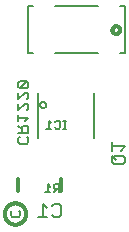
<source format=gbr>
G04 EAGLE Gerber RS-274X export*
G75*
%MOMM*%
%FSLAX34Y34*%
%LPD*%
%INSilkscreen Bottom*%
%IPPOS*%
%AMOC8*
5,1,8,0,0,1.08239X$1,22.5*%
G01*
%ADD10C,0.152400*%
%ADD11C,0.203200*%
%ADD12C,0.304800*%
%ADD13C,0.177800*%


D10*
X36159Y87550D02*
X37599Y86110D01*
X37599Y83229D01*
X36159Y81788D01*
X30397Y81788D01*
X28956Y83229D01*
X28956Y86110D01*
X30397Y87550D01*
X28956Y91143D02*
X37599Y91143D01*
X37599Y95465D01*
X36159Y96905D01*
X33278Y96905D01*
X31837Y95465D01*
X31837Y91143D01*
X31837Y94024D02*
X28956Y96905D01*
X34718Y100498D02*
X37599Y103380D01*
X28956Y103380D01*
X28956Y106261D02*
X28956Y100498D01*
X28956Y109854D02*
X28956Y115616D01*
X28956Y109854D02*
X34718Y115616D01*
X36159Y115616D01*
X37599Y114175D01*
X37599Y111294D01*
X36159Y109854D01*
X28956Y119209D02*
X28956Y124971D01*
X28956Y119209D02*
X34718Y124971D01*
X36159Y124971D01*
X37599Y123530D01*
X37599Y120649D01*
X36159Y119209D01*
X36159Y128564D02*
X30397Y128564D01*
X36159Y128564D02*
X37599Y130005D01*
X37599Y132886D01*
X36159Y134326D01*
X30397Y134326D01*
X28956Y132886D01*
X28956Y130005D01*
X30397Y128564D01*
X36159Y134326D01*
D11*
X37232Y158054D02*
X41232Y158054D01*
X37232Y158054D02*
X37232Y198054D01*
X41232Y198054D01*
X60232Y198054D02*
X96232Y198054D01*
X96232Y158054D02*
X60232Y158054D01*
X115232Y158054D02*
X119232Y158054D01*
X119232Y198054D01*
X115232Y198054D01*
D12*
X108781Y177800D02*
X108783Y177913D01*
X108789Y178027D01*
X108799Y178140D01*
X108813Y178252D01*
X108831Y178365D01*
X108852Y178476D01*
X108878Y178586D01*
X108908Y178696D01*
X108941Y178804D01*
X108978Y178912D01*
X109019Y179018D01*
X109064Y179122D01*
X109112Y179225D01*
X109164Y179326D01*
X109219Y179425D01*
X109278Y179522D01*
X109340Y179617D01*
X109405Y179709D01*
X109474Y179800D01*
X109546Y179888D01*
X109620Y179973D01*
X109698Y180056D01*
X109779Y180136D01*
X109862Y180213D01*
X109948Y180287D01*
X110037Y180358D01*
X110127Y180426D01*
X110221Y180490D01*
X110316Y180551D01*
X110414Y180609D01*
X110513Y180664D01*
X110615Y180715D01*
X110718Y180762D01*
X110823Y180806D01*
X110929Y180846D01*
X111037Y180882D01*
X111145Y180914D01*
X111255Y180943D01*
X111366Y180967D01*
X111477Y180988D01*
X111590Y181005D01*
X111702Y181018D01*
X111816Y181027D01*
X111929Y181032D01*
X112042Y181033D01*
X112156Y181030D01*
X112269Y181023D01*
X112382Y181012D01*
X112495Y180997D01*
X112606Y180978D01*
X112718Y180956D01*
X112828Y180929D01*
X112937Y180898D01*
X113045Y180864D01*
X113152Y180826D01*
X113258Y180784D01*
X113362Y180739D01*
X113464Y180690D01*
X113565Y180637D01*
X113663Y180581D01*
X113760Y180521D01*
X113854Y180458D01*
X113946Y180392D01*
X114036Y180323D01*
X114123Y180250D01*
X114208Y180175D01*
X114290Y180096D01*
X114369Y180015D01*
X114445Y179931D01*
X114519Y179844D01*
X114589Y179755D01*
X114656Y179663D01*
X114720Y179570D01*
X114780Y179473D01*
X114837Y179375D01*
X114891Y179275D01*
X114941Y179173D01*
X114987Y179070D01*
X115030Y178965D01*
X115069Y178858D01*
X115104Y178750D01*
X115136Y178641D01*
X115163Y178531D01*
X115187Y178420D01*
X115207Y178309D01*
X115223Y178196D01*
X115235Y178083D01*
X115243Y177970D01*
X115247Y177857D01*
X115247Y177743D01*
X115243Y177630D01*
X115235Y177517D01*
X115223Y177404D01*
X115207Y177291D01*
X115187Y177180D01*
X115163Y177069D01*
X115136Y176959D01*
X115104Y176850D01*
X115069Y176742D01*
X115030Y176635D01*
X114987Y176530D01*
X114941Y176427D01*
X114891Y176325D01*
X114837Y176225D01*
X114780Y176127D01*
X114720Y176030D01*
X114656Y175937D01*
X114589Y175845D01*
X114519Y175756D01*
X114445Y175669D01*
X114369Y175585D01*
X114290Y175504D01*
X114208Y175425D01*
X114123Y175350D01*
X114036Y175277D01*
X113946Y175208D01*
X113854Y175142D01*
X113760Y175079D01*
X113663Y175019D01*
X113565Y174963D01*
X113464Y174910D01*
X113362Y174861D01*
X113258Y174816D01*
X113152Y174774D01*
X113045Y174736D01*
X112937Y174702D01*
X112828Y174671D01*
X112718Y174644D01*
X112606Y174622D01*
X112495Y174603D01*
X112382Y174588D01*
X112269Y174577D01*
X112156Y174570D01*
X112042Y174567D01*
X111929Y174568D01*
X111816Y174573D01*
X111702Y174582D01*
X111590Y174595D01*
X111477Y174612D01*
X111366Y174633D01*
X111255Y174657D01*
X111145Y174686D01*
X111037Y174718D01*
X110929Y174754D01*
X110823Y174794D01*
X110718Y174838D01*
X110615Y174885D01*
X110513Y174936D01*
X110414Y174991D01*
X110316Y175049D01*
X110221Y175110D01*
X110127Y175174D01*
X110037Y175242D01*
X109948Y175313D01*
X109862Y175387D01*
X109779Y175464D01*
X109698Y175544D01*
X109620Y175627D01*
X109546Y175712D01*
X109474Y175800D01*
X109405Y175891D01*
X109340Y175983D01*
X109278Y176078D01*
X109219Y176175D01*
X109164Y176274D01*
X109112Y176375D01*
X109064Y176478D01*
X109019Y176582D01*
X108978Y176688D01*
X108941Y176796D01*
X108908Y176904D01*
X108878Y177014D01*
X108852Y177124D01*
X108831Y177235D01*
X108813Y177348D01*
X108799Y177460D01*
X108789Y177573D01*
X108783Y177687D01*
X108781Y177800D01*
D13*
X110153Y64115D02*
X117440Y64115D01*
X119262Y65937D01*
X119262Y69581D01*
X117440Y71403D01*
X110153Y71403D01*
X108331Y69581D01*
X108331Y65937D01*
X110153Y64115D01*
X111975Y67759D02*
X108331Y71403D01*
X115619Y75809D02*
X119262Y79453D01*
X108331Y79453D01*
X108331Y75809D02*
X108331Y83097D01*
D12*
X65278Y51816D02*
X65278Y41656D01*
D13*
X59451Y30616D02*
X57629Y28794D01*
X59451Y30616D02*
X63095Y30616D01*
X64917Y28794D01*
X64917Y21507D01*
X63095Y19685D01*
X59451Y19685D01*
X57629Y21507D01*
X53223Y26973D02*
X49579Y30616D01*
X49579Y19685D01*
X53223Y19685D02*
X45935Y19685D01*
D12*
X17690Y22098D02*
X17693Y22318D01*
X17701Y22539D01*
X17714Y22759D01*
X17733Y22978D01*
X17758Y23197D01*
X17787Y23416D01*
X17822Y23633D01*
X17863Y23850D01*
X17908Y24066D01*
X17959Y24280D01*
X18015Y24493D01*
X18077Y24705D01*
X18143Y24915D01*
X18215Y25123D01*
X18292Y25330D01*
X18374Y25534D01*
X18460Y25737D01*
X18552Y25937D01*
X18649Y26136D01*
X18750Y26331D01*
X18857Y26524D01*
X18968Y26715D01*
X19083Y26902D01*
X19203Y27087D01*
X19328Y27269D01*
X19457Y27447D01*
X19591Y27623D01*
X19728Y27795D01*
X19870Y27963D01*
X20016Y28129D01*
X20166Y28290D01*
X20320Y28448D01*
X20478Y28602D01*
X20639Y28752D01*
X20805Y28898D01*
X20973Y29040D01*
X21145Y29177D01*
X21321Y29311D01*
X21499Y29440D01*
X21681Y29565D01*
X21866Y29685D01*
X22053Y29800D01*
X22244Y29911D01*
X22437Y30018D01*
X22632Y30119D01*
X22831Y30216D01*
X23031Y30308D01*
X23234Y30394D01*
X23438Y30476D01*
X23645Y30553D01*
X23853Y30625D01*
X24063Y30691D01*
X24275Y30753D01*
X24488Y30809D01*
X24702Y30860D01*
X24918Y30905D01*
X25135Y30946D01*
X25352Y30981D01*
X25571Y31010D01*
X25790Y31035D01*
X26009Y31054D01*
X26229Y31067D01*
X26450Y31075D01*
X26670Y31078D01*
X26890Y31075D01*
X27111Y31067D01*
X27331Y31054D01*
X27550Y31035D01*
X27769Y31010D01*
X27988Y30981D01*
X28205Y30946D01*
X28422Y30905D01*
X28638Y30860D01*
X28852Y30809D01*
X29065Y30753D01*
X29277Y30691D01*
X29487Y30625D01*
X29695Y30553D01*
X29902Y30476D01*
X30106Y30394D01*
X30309Y30308D01*
X30509Y30216D01*
X30708Y30119D01*
X30903Y30018D01*
X31096Y29911D01*
X31287Y29800D01*
X31474Y29685D01*
X31659Y29565D01*
X31841Y29440D01*
X32019Y29311D01*
X32195Y29177D01*
X32367Y29040D01*
X32535Y28898D01*
X32701Y28752D01*
X32862Y28602D01*
X33020Y28448D01*
X33174Y28290D01*
X33324Y28129D01*
X33470Y27963D01*
X33612Y27795D01*
X33749Y27623D01*
X33883Y27447D01*
X34012Y27269D01*
X34137Y27087D01*
X34257Y26902D01*
X34372Y26715D01*
X34483Y26524D01*
X34590Y26331D01*
X34691Y26136D01*
X34788Y25937D01*
X34880Y25737D01*
X34966Y25534D01*
X35048Y25330D01*
X35125Y25123D01*
X35197Y24915D01*
X35263Y24705D01*
X35325Y24493D01*
X35381Y24280D01*
X35432Y24066D01*
X35477Y23850D01*
X35518Y23633D01*
X35553Y23416D01*
X35582Y23197D01*
X35607Y22978D01*
X35626Y22759D01*
X35639Y22539D01*
X35647Y22318D01*
X35650Y22098D01*
X35647Y21878D01*
X35639Y21657D01*
X35626Y21437D01*
X35607Y21218D01*
X35582Y20999D01*
X35553Y20780D01*
X35518Y20563D01*
X35477Y20346D01*
X35432Y20130D01*
X35381Y19916D01*
X35325Y19703D01*
X35263Y19491D01*
X35197Y19281D01*
X35125Y19073D01*
X35048Y18866D01*
X34966Y18662D01*
X34880Y18459D01*
X34788Y18259D01*
X34691Y18060D01*
X34590Y17865D01*
X34483Y17672D01*
X34372Y17481D01*
X34257Y17294D01*
X34137Y17109D01*
X34012Y16927D01*
X33883Y16749D01*
X33749Y16573D01*
X33612Y16401D01*
X33470Y16233D01*
X33324Y16067D01*
X33174Y15906D01*
X33020Y15748D01*
X32862Y15594D01*
X32701Y15444D01*
X32535Y15298D01*
X32367Y15156D01*
X32195Y15019D01*
X32019Y14885D01*
X31841Y14756D01*
X31659Y14631D01*
X31474Y14511D01*
X31287Y14396D01*
X31096Y14285D01*
X30903Y14178D01*
X30708Y14077D01*
X30509Y13980D01*
X30309Y13888D01*
X30106Y13802D01*
X29902Y13720D01*
X29695Y13643D01*
X29487Y13571D01*
X29277Y13505D01*
X29065Y13443D01*
X28852Y13387D01*
X28638Y13336D01*
X28422Y13291D01*
X28205Y13250D01*
X27988Y13215D01*
X27769Y13186D01*
X27550Y13161D01*
X27331Y13142D01*
X27111Y13129D01*
X26890Y13121D01*
X26670Y13118D01*
X26450Y13121D01*
X26229Y13129D01*
X26009Y13142D01*
X25790Y13161D01*
X25571Y13186D01*
X25352Y13215D01*
X25135Y13250D01*
X24918Y13291D01*
X24702Y13336D01*
X24488Y13387D01*
X24275Y13443D01*
X24063Y13505D01*
X23853Y13571D01*
X23645Y13643D01*
X23438Y13720D01*
X23234Y13802D01*
X23031Y13888D01*
X22831Y13980D01*
X22632Y14077D01*
X22437Y14178D01*
X22244Y14285D01*
X22053Y14396D01*
X21866Y14511D01*
X21681Y14631D01*
X21499Y14756D01*
X21321Y14885D01*
X21145Y15019D01*
X20973Y15156D01*
X20805Y15298D01*
X20639Y15444D01*
X20478Y15594D01*
X20320Y15748D01*
X20166Y15906D01*
X20016Y16067D01*
X19870Y16233D01*
X19728Y16401D01*
X19591Y16573D01*
X19457Y16749D01*
X19328Y16927D01*
X19203Y17109D01*
X19083Y17294D01*
X18968Y17481D01*
X18857Y17672D01*
X18750Y17865D01*
X18649Y18060D01*
X18552Y18259D01*
X18460Y18459D01*
X18374Y18662D01*
X18292Y18866D01*
X18215Y19073D01*
X18143Y19281D01*
X18077Y19491D01*
X18015Y19703D01*
X17959Y19916D01*
X17908Y20130D01*
X17863Y20346D01*
X17822Y20563D01*
X17787Y20780D01*
X17758Y20999D01*
X17733Y21218D01*
X17714Y21437D01*
X17701Y21657D01*
X17693Y21878D01*
X17690Y22098D01*
D11*
X29385Y24981D02*
X30741Y23625D01*
X30741Y20914D01*
X29385Y19558D01*
X23962Y19558D01*
X22606Y20914D01*
X22606Y23625D01*
X23962Y24981D01*
X45342Y86664D02*
X45342Y124664D01*
X93342Y124664D02*
X93342Y86664D01*
X47498Y114554D02*
X47500Y114654D01*
X47506Y114755D01*
X47516Y114854D01*
X47530Y114954D01*
X47547Y115053D01*
X47569Y115151D01*
X47595Y115248D01*
X47624Y115344D01*
X47657Y115438D01*
X47694Y115532D01*
X47734Y115624D01*
X47778Y115714D01*
X47826Y115802D01*
X47877Y115889D01*
X47931Y115973D01*
X47989Y116055D01*
X48050Y116135D01*
X48114Y116212D01*
X48181Y116287D01*
X48251Y116359D01*
X48324Y116428D01*
X48399Y116494D01*
X48477Y116558D01*
X48557Y116618D01*
X48640Y116675D01*
X48725Y116728D01*
X48812Y116778D01*
X48901Y116825D01*
X48991Y116868D01*
X49083Y116908D01*
X49177Y116944D01*
X49272Y116976D01*
X49368Y117004D01*
X49466Y117029D01*
X49564Y117049D01*
X49663Y117066D01*
X49763Y117079D01*
X49862Y117088D01*
X49963Y117093D01*
X50063Y117094D01*
X50163Y117091D01*
X50264Y117084D01*
X50363Y117073D01*
X50463Y117058D01*
X50561Y117040D01*
X50659Y117017D01*
X50756Y116990D01*
X50851Y116960D01*
X50946Y116926D01*
X51039Y116888D01*
X51130Y116847D01*
X51220Y116802D01*
X51308Y116754D01*
X51394Y116702D01*
X51478Y116647D01*
X51559Y116588D01*
X51638Y116526D01*
X51715Y116462D01*
X51789Y116394D01*
X51860Y116323D01*
X51929Y116250D01*
X51994Y116174D01*
X52057Y116095D01*
X52116Y116014D01*
X52172Y115931D01*
X52225Y115846D01*
X52274Y115758D01*
X52320Y115669D01*
X52362Y115578D01*
X52401Y115485D01*
X52436Y115391D01*
X52467Y115296D01*
X52495Y115199D01*
X52518Y115102D01*
X52538Y115003D01*
X52554Y114904D01*
X52566Y114805D01*
X52574Y114704D01*
X52578Y114604D01*
X52578Y114504D01*
X52574Y114404D01*
X52566Y114303D01*
X52554Y114204D01*
X52538Y114105D01*
X52518Y114006D01*
X52495Y113909D01*
X52467Y113812D01*
X52436Y113717D01*
X52401Y113623D01*
X52362Y113530D01*
X52320Y113439D01*
X52274Y113350D01*
X52225Y113262D01*
X52172Y113177D01*
X52116Y113094D01*
X52057Y113013D01*
X51994Y112934D01*
X51929Y112858D01*
X51860Y112785D01*
X51789Y112714D01*
X51715Y112646D01*
X51638Y112582D01*
X51559Y112520D01*
X51478Y112461D01*
X51394Y112406D01*
X51308Y112354D01*
X51220Y112306D01*
X51130Y112261D01*
X51039Y112220D01*
X50946Y112182D01*
X50851Y112148D01*
X50756Y112118D01*
X50659Y112091D01*
X50561Y112068D01*
X50463Y112050D01*
X50363Y112035D01*
X50264Y112024D01*
X50163Y112017D01*
X50063Y112014D01*
X49963Y112015D01*
X49862Y112020D01*
X49763Y112029D01*
X49663Y112042D01*
X49564Y112059D01*
X49466Y112079D01*
X49368Y112104D01*
X49272Y112132D01*
X49177Y112164D01*
X49083Y112200D01*
X48991Y112240D01*
X48901Y112283D01*
X48812Y112330D01*
X48725Y112380D01*
X48640Y112433D01*
X48557Y112490D01*
X48477Y112550D01*
X48399Y112614D01*
X48324Y112680D01*
X48251Y112749D01*
X48181Y112821D01*
X48114Y112896D01*
X48050Y112973D01*
X47989Y113053D01*
X47931Y113135D01*
X47877Y113219D01*
X47826Y113306D01*
X47778Y113394D01*
X47734Y113484D01*
X47694Y113576D01*
X47657Y113670D01*
X47624Y113764D01*
X47595Y113860D01*
X47569Y113957D01*
X47547Y114055D01*
X47530Y114154D01*
X47516Y114254D01*
X47506Y114353D01*
X47500Y114454D01*
X47498Y114554D01*
D10*
X67285Y94488D02*
X69488Y94488D01*
X68386Y94488D02*
X68386Y101098D01*
X67285Y101098D02*
X69488Y101098D01*
X61194Y101098D02*
X60092Y99996D01*
X61194Y101098D02*
X63397Y101098D01*
X64498Y99996D01*
X64498Y95590D01*
X63397Y94488D01*
X61194Y94488D01*
X60092Y95590D01*
X57014Y98894D02*
X54811Y101098D01*
X54811Y94488D01*
X57014Y94488D02*
X52608Y94488D01*
D12*
X29210Y52070D02*
X29210Y41910D01*
D10*
X63736Y40894D02*
X63736Y47504D01*
X60432Y47504D01*
X59330Y46402D01*
X59330Y44199D01*
X60432Y43097D01*
X63736Y43097D01*
X61533Y43097D02*
X59330Y40894D01*
X56252Y45300D02*
X54049Y47504D01*
X54049Y40894D01*
X56252Y40894D02*
X51846Y40894D01*
M02*

</source>
